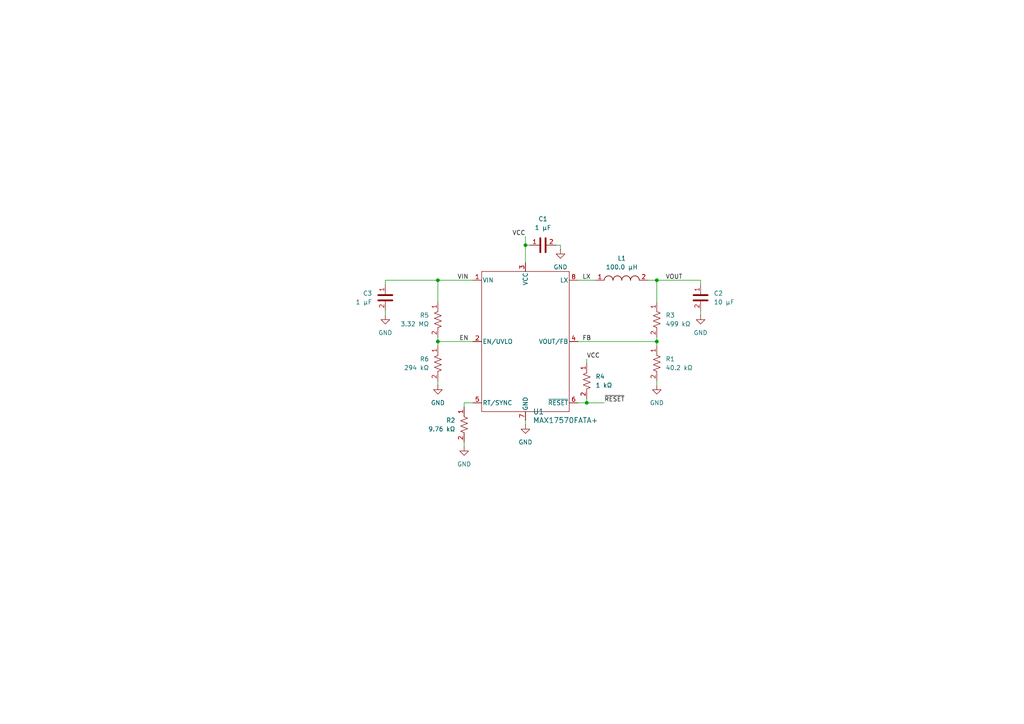
<source format=kicad_sch>
(kicad_sch (version 20250114) (generator "eeschema") (generator_version "9.0")
  (paper "A4")
  (lib_symbols
    (symbol "CAPACITORS_C1005X6S1C_DATA_BASE:C_C1005X6S1C105K050BC" (pin_names (offset 0.254))
      (property "Reference" "C" (at 0 5.08 0))
      (property "Value" "1 µF" (at 0 -5.08 0))
      (symbol "C_C1005X6S1C105K050BC_0_1"
        (polyline (pts (xy -0.762 -2.032) (xy -0.762 2.032)) (stroke (width 0.508)))
        (polyline (pts (xy 0.762 -2.032) (xy 0.762 2.032)) (stroke (width 0.508)))
      )
      (symbol "C_C1005X6S1C105K050BC_1_1"
        (pin unspecified line (at -3.81 0 0) (length 2.8) (name "") (number "1"))
        (pin unspecified line (at 3.81 0 180) (length 2.8) (name "") (number "2"))
      )
    )
    (symbol "CAPACITORS_CL31B_DATA_BASE:C_CL31B106KBHNNN#" (pin_names (offset 0.254))
      (property "Reference" "C" (at 0 5.08 0))
      (property "Value" "10 µF" (at 0 -5.08 0))
      (symbol "C_CL31B106KBHNNN#_0_1"
        (polyline (pts (xy -0.762 -2.032) (xy -0.762 2.032)) (stroke (width 0.508)))
        (polyline (pts (xy 0.762 -2.032) (xy 0.762 2.032)) (stroke (width 0.508)))
      )
      (symbol "C_CL31B106KBHNNN#_1_1"
        (pin unspecified line (at -3.81 0 0) (length 2.8) (name "") (number "1"))
        (pin unspecified line (at 3.81 0 180) (length 2.8) (name "") (number "2"))
      )
    )
    (symbol "CAPACITORS_GRJ21BC72A_DATA_BASE:C_GRJ21BC72A105KE11L" (pin_names (offset 0.254))
      (property "Reference" "C" (at 0 5.08 0))
      (property "Value" "1 µF" (at 0 -5.08 0))
      (symbol "C_GRJ21BC72A105KE11L_0_1"
        (polyline (pts (xy -0.762 -2.032) (xy -0.762 2.032)) (stroke (width 0.508)))
        (polyline (pts (xy 0.762 -2.032) (xy 0.762 2.032)) (stroke (width 0.508)))
      )
      (symbol "C_GRJ21BC72A105KE11L_1_1"
        (pin unspecified line (at -3.81 0 0) (length 2.8) (name "") (number "1"))
        (pin unspecified line (at 3.81 0 180) (length 2.8) (name "") (number "2"))
      )
    )
    (symbol "INDUCTORS_74404054_DATA_BASE:L_74404054101" (pin_names (offset 0.254))
      (property "Reference" "L" (at 0 2.54 0))
      (property "Value" "100.0 µH" (at 0 -2.54 0))
      (symbol "L_74404054101_1_1"
        (arc (start -5.08 0.0056) (mid -3.81 1.27) (end -2.54 0.0056) (stroke (width 0.2032)))
        (arc (start -2.54 0.0056) (mid -1.27 1.27) (end 0 0.0056) (stroke (width 0.2032)))
        (arc (start 0 0.0056) (mid 1.27 1.27) (end 2.54 0.0056) (stroke (width 0.2032)))
        (arc (start 2.54 0.0056) (mid 3.81 1.27) (end 5.08 0.0056) (stroke (width 0.2032)))
        (pin unspecified line (at -7.62 0 0) (length 2.54) (name "") (number "1"))
        (pin unspecified line (at 7.62 0 180) (length 2.54) (name "") (number "2"))
      )
    )
    (symbol "RESISTORS_ERJ-2RKF_DATA_BASE:R_ERJ-2RKF1001X" (pin_names (offset 0.254))
      (property "Reference" "R" (at 0 2.54 0))
      (property "Value" "1 kΩ" (at 0 -2.54 0))
      (symbol "R_ERJ-2RKF1001X_0_1"
        (polyline (pts (xy -2.286 0) (xy -2.54 0)))
        (polyline (pts (xy -2.286 0) (xy -1.905 1.016) (xy -1.524 0) (xy -1.143 -1.016) (xy -0.762 0)))
        (polyline (pts (xy -0.762 0) (xy -0.381 1.016) (xy 0 0) (xy 0.381 -1.016) (xy 0.762 0)))
        (polyline (pts (xy 0.762 0) (xy 1.143 1.016) (xy 1.524 0) (xy 1.905 -1.016) (xy 2.286 0)))
        (polyline (pts (xy 2.286 0) (xy 2.54 0)))
      )
      (symbol "R_ERJ-2RKF1001X_1_1"
        (pin unspecified line (at -5.08 0 0) (length 2.54) (name "") (number "1"))
        (pin unspecified line (at 5.08 0 180) (length 2.54) (name "") (number "2"))
      )
    )
    (symbol "RESISTORS_ERJ-2RKF_DATA_BASE:R_ERJ-2RKF2943X" (pin_names (offset 0.254))
      (property "Reference" "R" (at 0 2.54 0))
      (property "Value" "294 kΩ" (at 0 -2.54 0))
      (symbol "R_ERJ-2RKF2943X_0_1"
        (polyline (pts (xy -2.286 0) (xy -2.54 0)))
        (polyline (pts (xy -2.286 0) (xy -1.905 1.016) (xy -1.524 0) (xy -1.143 -1.016) (xy -0.762 0)))
        (polyline (pts (xy -0.762 0) (xy -0.381 1.016) (xy 0 0) (xy 0.381 -1.016) (xy 0.762 0)))
        (polyline (pts (xy 0.762 0) (xy 1.143 1.016) (xy 1.524 0) (xy 1.905 -1.016) (xy 2.286 0)))
        (polyline (pts (xy 2.286 0) (xy 2.54 0)))
      )
      (symbol "R_ERJ-2RKF2943X_1_1"
        (pin unspecified line (at -5.08 0 0) (length 2.54) (name "") (number "1"))
        (pin unspecified line (at 5.08 0 180) (length 2.54) (name "") (number "2"))
      )
    )
    (symbol "RESISTORS_ERJ-2RKF_DATA_BASE:R_ERJ-2RKF4022X" (pin_names (offset 0.254))
      (property "Reference" "R" (at 0 2.54 0))
      (property "Value" "40.2 kΩ" (at 0 -2.54 0))
      (symbol "R_ERJ-2RKF4022X_0_1"
        (polyline (pts (xy -2.286 0) (xy -2.54 0)))
        (polyline (pts (xy -2.286 0) (xy -1.905 1.016) (xy -1.524 0) (xy -1.143 -1.016) (xy -0.762 0)))
        (polyline (pts (xy -0.762 0) (xy -0.381 1.016) (xy 0 0) (xy 0.381 -1.016) (xy 0.762 0)))
        (polyline (pts (xy 0.762 0) (xy 1.143 1.016) (xy 1.524 0) (xy 1.905 -1.016) (xy 2.286 0)))
        (polyline (pts (xy 2.286 0) (xy 2.54 0)))
      )
      (symbol "R_ERJ-2RKF4022X_1_1"
        (pin unspecified line (at -5.08 0 0) (length 2.54) (name "") (number "1"))
        (pin unspecified line (at 5.08 0 180) (length 2.54) (name "") (number "2"))
      )
    )
    (symbol "RESISTORS_ERJ-2RKF_DATA_BASE:R_ERJ-2RKF4993X" (pin_names (offset 0.254))
      (property "Reference" "R" (at 0 2.54 0))
      (property "Value" "499 kΩ" (at 0 -2.54 0))
      (symbol "R_ERJ-2RKF4993X_0_1"
        (polyline (pts (xy -2.286 0) (xy -2.54 0)))
        (polyline (pts (xy -2.286 0) (xy -1.905 1.016) (xy -1.524 0) (xy -1.143 -1.016) (xy -0.762 0)))
        (polyline (pts (xy -0.762 0) (xy -0.381 1.016) (xy 0 0) (xy 0.381 -1.016) (xy 0.762 0)))
        (polyline (pts (xy 0.762 0) (xy 1.143 1.016) (xy 1.524 0) (xy 1.905 -1.016) (xy 2.286 0)))
        (polyline (pts (xy 2.286 0) (xy 2.54 0)))
      )
      (symbol "R_ERJ-2RKF4993X_1_1"
        (pin unspecified line (at -5.08 0 0) (length 2.54) (name "") (number "1"))
        (pin unspecified line (at 5.08 0 180) (length 2.54) (name "") (number "2"))
      )
    )
    (symbol "RESISTORS_ERJ-2RKF_DATA_BASE:R_ERJ-2RKF9761X" (pin_names (offset 0.254))
      (property "Reference" "R" (at 0 2.54 0))
      (property "Value" "9.76 kΩ" (at 0 -2.54 0))
      (symbol "R_ERJ-2RKF9761X_0_1"
        (polyline (pts (xy -2.286 0) (xy -2.54 0)))
        (polyline (pts (xy -2.286 0) (xy -1.905 1.016) (xy -1.524 0) (xy -1.143 -1.016) (xy -0.762 0)))
        (polyline (pts (xy -0.762 0) (xy -0.381 1.016) (xy 0 0) (xy 0.381 -1.016) (xy 0.762 0)))
        (polyline (pts (xy 0.762 0) (xy 1.143 1.016) (xy 1.524 0) (xy 1.905 -1.016) (xy 2.286 0)))
        (polyline (pts (xy 2.286 0) (xy 2.54 0)))
      )
      (symbol "R_ERJ-2RKF9761X_1_1"
        (pin unspecified line (at -5.08 0 0) (length 2.54) (name "") (number "1"))
        (pin unspecified line (at 5.08 0 180) (length 2.54) (name "") (number "2"))
      )
    )
    (symbol "RESISTORS_RC0402FR-07_DATA_BASE:R_RC0402FR-073M32L" (pin_names (offset 0.254))
      (property "Reference" "R" (at 0 2.54 0))
      (property "Value" "3.32 MΩ" (at 0 -2.54 0))
      (symbol "R_RC0402FR-073M32L_0_1"
        (polyline (pts (xy -2.286 0) (xy -2.54 0)))
        (polyline (pts (xy -2.286 0) (xy -1.905 1.016) (xy -1.524 0) (xy -1.143 -1.016) (xy -0.762 0)))
        (polyline (pts (xy -0.762 0) (xy -0.381 1.016) (xy 0 0) (xy 0.381 -1.016) (xy 0.762 0)))
        (polyline (pts (xy 0.762 0) (xy 1.143 1.016) (xy 1.524 0) (xy 1.905 -1.016) (xy 2.286 0)))
        (polyline (pts (xy 2.286 0) (xy 2.54 0)))
      )
      (symbol "R_RC0402FR-073M32L_1_1"
        (pin unspecified line (at -5.08 0 0) (length 2.54) (name "") (number "1"))
        (pin unspecified line (at 5.08 0 180) (length 2.54) (name "") (number "2"))
      )
    )
    (symbol "UNITED_IC_ADI:U_MAX17570FATA+" (pin_names (offset 0.254))
      (property "Reference" "U" (at 12.7 25.4 0))
      (property "Value" "MAX17570FATA+" (at 12.7 22.86 0))
      (symbol "U_MAX17570FATA+_0_1"
        (rectangle (start -12.7 20.32) (end 12.7 -20.32))
        (pin power_in line (at -15.24 17.78 0) (length 2.54) (name "VIN") (number "1"))
        (pin input line (at -15.24 0 0) (length 2.54) (name "EN/UVLO") (number "2"))
        (pin unspecified line (at -15.24 -17.78 0) (length 2.54) (name "RT/SYNC") (number "5"))
        (pin power_in line (at 0 22.86 270) (length 2.54) (name "VCC") (number "3"))
        (pin power_out line (at 0 -22.86 90) (length 2.54) (name "GND") (number "7"))
        (pin power_in line (at 15.24 17.78 180) (length 2.54) (name "LX") (number "8"))
        (pin output line (at 15.24 0 180) (length 2.54) (name "VOUT/FB") (number "4"))
      )
      (symbol "U_MAX17570FATA+_1_1"
        (pin input line (at 15.24 -17.78 180) (length 2.54) (name "~{RESET}") (number "6"))
      )
    )
    (symbol "power:GND" (power) (pin_numbers (hide yes)) (pin_names (offset 0) (hide yes))
      (property "Value" "GND" (at 0 -3.81 0))
      (symbol "GND_0_1"
        (polyline (pts (xy 0 0) (xy 0 -1.27) (xy 1.27 -1.27) (xy 0 -2.54) (xy -1.27 -1.27) (xy 0 -1.27)))
      )
      (symbol "GND_1_1"
        (pin power_in line (at 0 0 270) (length 0) (name "~") (number "1"))
      )
    )
  )
  (junction (at 190.5 99.06))
  (junction (at 152.4 71.12))
  (junction (at 170.18 116.84))
  (junction (at 127 99.06))
  (junction (at 190.5 81.28))
  (junction (at 127 81.28))
  (wire (pts (xy 187.96 81.28) (xy 190.5 81.28)))
  (wire (pts (xy 190.5 100.33) (xy 190.5 99.06)))
  (wire (pts (xy 111.76 82.55) (xy 111.76 81.28)))
  (wire (pts (xy 127 81.28) (xy 137.16 81.28)))
  (wire (pts (xy 162.56 71.12) (xy 161.29 71.12)))
  (wire (pts (xy 127 81.28) (xy 127 87.63)))
  (wire (pts (xy 134.62 118.11) (xy 134.62 116.84)))
  (wire (pts (xy 190.5 97.79) (xy 190.5 99.06)))
  (wire (pts (xy 162.56 72.39) (xy 162.56 71.12)))
  (wire (pts (xy 152.4 76.2) (xy 152.4 71.12)))
  (wire (pts (xy 203.2 90.17) (xy 203.2 91.44)))
  (wire (pts (xy 127 99.06) (xy 137.16 99.06)))
  (wire (pts (xy 152.4 68.58) (xy 152.4 71.12)))
  (wire (pts (xy 167.64 99.06) (xy 190.5 99.06)))
  (wire (pts (xy 111.76 90.17) (xy 111.76 91.44)))
  (wire (pts (xy 190.5 81.28) (xy 203.2 81.28)))
  (wire (pts (xy 127 110.49) (xy 127 111.76)))
  (wire (pts (xy 111.76 81.28) (xy 127 81.28)))
  (wire (pts (xy 170.18 115.57) (xy 170.18 116.84)))
  (wire (pts (xy 152.4 71.12) (xy 153.67 71.12)))
  (wire (pts (xy 167.64 81.28) (xy 172.72 81.28)))
  (wire (pts (xy 190.5 81.28) (xy 190.5 87.63)))
  (wire (pts (xy 134.62 128.27) (xy 134.62 129.54)))
  (wire (pts (xy 127 99.06) (xy 127 100.33)))
  (wire (pts (xy 190.5 110.49) (xy 190.5 111.76)))
  (wire (pts (xy 170.18 104.14) (xy 170.18 105.41)))
  (wire (pts (xy 203.2 81.28) (xy 203.2 82.55)))
  (wire (pts (xy 152.4 121.92) (xy 152.4 123.19)))
  (wire (pts (xy 170.18 116.84) (xy 167.64 116.84)))
  (wire (pts (xy 170.18 116.84) (xy 175.26 116.84)))
  (wire (pts (xy 134.62 116.84) (xy 137.16 116.84)))
  (wire (pts (xy 127 97.79) (xy 127 99.06)))
  (label "~{RESET}" (at 175.26 116.84 0))
  (label "EN" (at 135.89 99.06 180))
  (label "FB" (at 168.91 99.06 0))
  (label "VCC" (at 170.18 104.14 0))
  (label "VIN" (at 135.89 81.28 180))
  (label "VCC" (at 152.4 68.58 180))
  (label "VOUT" (at 193.04 81.28 0))
  (label "LX" (at 168.91 81.28 0))
  (symbol (lib_id "CAPACITORS_GRJ21BC72A_DATA_BASE:C_GRJ21BC72A105KE11L") (at 111.76 86.36 90) (mirror x) (unit 1)
    (property "Reference" "C3" (at 107.95 85.0899 90) (effects (justify left)))
    (property "Value" "1 µF" (at 107.95 87.6299 90) (effects (justify left)))
    (property "Footprint" "capacitor_footprints:C_0805_2012Metric" (effects (hide yes)))
    (property "Datasheet" "https://search.murata.co.jp/Ceramy/image/img/A01X/G101/ENG/GRJ21BC72A105KE11-01.pdf" (effects (hide yes)))
    (property "Description" "CAP SMD 1 µF X7S 10% 0805 100V" (effects (hide yes)))
    (property "Capacitor Type" "Ceramic" (effects (hide yes)))
    (property "Case Code - in" "0805" (effects (hide yes)))
    (property "Case Code - mm" "2012" (effects (hide yes)))
    (property "Dielectric" "X7S" (effects (hide yes)))
    (property "MPN" "GRJ21BC72A105KE11L" (effects (hide yes)))
    (property "Manufacturer" "Murata Electronics" (effects (hide yes)))
    (property "Series" "GRJ21BC72A" (effects (hide yes)))
    (property "Symbol Name" "C_GRJ21BC72A105KE11L" (effects (hide yes)))
    (property "Tolerance" "10%" (effects (hide yes)))
    (property "Trustedparts Search" "https://www.trustedparts.com/en/search/GRJ21BC72A105KE11L" (effects (hide yes)))
    (property "Voltage Rating" "100V" (effects (hide yes)))
  )
  (symbol (lib_id "power:GND") (at 203.2 91.44 0) (unit 1)
    (property "Reference" "#PWR2" (effects (hide yes)))
    (property "Value" "GND" (at 203.2 96.52 0))
    (property "Description" "Power symbol creates a global label with name \"GND\" , ground" (effects (hide yes)))
  )
  (symbol (lib_id "power:GND") (at 190.5 111.76 0) (unit 1)
    (property "Reference" "#PWR4" (effects (hide yes)))
    (property "Value" "GND" (at 190.5 116.84 0))
    (property "Description" "Power symbol creates a global label with name \"GND\" , ground" (effects (hide yes)))
  )
  (symbol (lib_id "RESISTORS_ERJ-2RKF_DATA_BASE:R_ERJ-2RKF9761X") (at 134.62 123.19 270) (unit 1)
    (property "Reference" "R2" (at 132.08 121.9199 90) (effects (justify right)))
    (property "Value" "9.76 kΩ" (at 132.08 124.4599 90) (effects (justify right)))
    (property "Footprint" "resistor_footprints:R_0402_1005Metric" (effects (hide yes)))
    (property "Datasheet" "https://industrial.panasonic.com/cdbs/www-data/pdf/RDA0000/AOA0000C304.pdf" (effects (hide yes)))
    (property "Description" "RES SMD 9.76 kΩ 1% 0402 50V" (effects (hide yes)))
    (property "Case Code - in" "0402" (effects (hide yes)))
    (property "Case Code - mm" "1005" (effects (hide yes)))
    (property "Component Type" "Resistor" (effects (hide yes)))
    (property "MPN" "ERJ-2RKF9761X" (effects (hide yes)))
    (property "Manufacturer" "Panasonic" (effects (hide yes)))
    (property "Series" "ERJ-2RKF" (effects (hide yes)))
    (property "Symbol Name" "R_ERJ-2RKF9761X" (effects (hide yes)))
    (property "Temperature Coefficient" "100 ppm/°C" (effects (hide yes)))
    (property "Tolerance" "1%" (effects (hide yes)))
    (property "Trustedparts Search" "https://www.trustedparts.com/en/search/ERJ-2RKF9761X" (effects (hide yes)))
    (property "Voltage Rating" "50V" (effects (hide yes)))
  )
  (symbol (lib_id "power:GND") (at 111.76 91.44 0) (unit 1)
    (property "Reference" "#PWR6" (effects (hide yes)))
    (property "Value" "GND" (at 111.76 96.52 0))
    (property "Description" "Power symbol creates a global label with name \"GND\" , ground" (effects (hide yes)))
  )
  (symbol (lib_id "RESISTORS_ERJ-2RKF_DATA_BASE:R_ERJ-2RKF1001X") (at 170.18 110.49 90) (mirror x) (unit 1)
    (property "Reference" "R4" (at 172.72 109.2199 90) (effects (justify right)))
    (property "Value" "1 kΩ" (at 172.72 111.7599 90) (effects (justify right)))
    (property "Footprint" "resistor_footprints:R_0402_1005Metric" (effects (hide yes)))
    (property "Datasheet" "https://industrial.panasonic.com/cdbs/www-data/pdf/RDA0000/AOA0000C304.pdf" (effects (hide yes)))
    (property "Description" "RES SMD 1 kΩ 1% 0402 50V" (effects (hide yes)))
    (property "Case Code - in" "0402" (effects (hide yes)))
    (property "Case Code - mm" "1005" (effects (hide yes)))
    (property "Component Type" "Resistor" (effects (hide yes)))
    (property "MPN" "ERJ-2RKF1001X" (effects (hide yes)))
    (property "Manufacturer" "Panasonic" (effects (hide yes)))
    (property "Series" "ERJ-2RKF" (effects (hide yes)))
    (property "Symbol Name" "R_ERJ-2RKF1001X" (effects (hide yes)))
    (property "Temperature Coefficient" "100 ppm/°C" (effects (hide yes)))
    (property "Tolerance" "1%" (effects (hide yes)))
    (property "Trustedparts Search" "https://www.trustedparts.com/en/search/ERJ-2RKF1001X" (effects (hide yes)))
    (property "Voltage Rating" "50V" (effects (hide yes)))
  )
  (symbol (lib_id "CAPACITORS_C1005X6S1C_DATA_BASE:C_C1005X6S1C105K050BC") (at 157.48 71.12 0) (unit 1)
    (property "Reference" "C1" (at 157.48 63.5 0))
    (property "Value" "1 µF" (at 157.48 66.04 0))
    (property "Footprint" "capacitor_footprints:C_0402_1005Metric" (effects (hide yes)))
    (property "Datasheet" "https://product.tdk.com/en/search/capacitor/ceramic/mlcc/info?part_no=C1005X6S1C105K050BC" (effects (hide yes)))
    (property "Description" "CAP SMD 1 µF X7S 10% 0402 16V" (effects (hide yes)))
    (property "Capacitor Type" "Ceramic" (effects (hide yes)))
    (property "Case Code - in" "0402" (effects (hide yes)))
    (property "Case Code - mm" "1005" (effects (hide yes)))
    (property "Dielectric" "X7S" (effects (hide yes)))
    (property "MPN" "C1005X6S1C105K050BC" (effects (hide yes)))
    (property "Manufacturer" "TDK" (effects (hide yes)))
    (property "Series" "C1005X6S1C" (effects (hide yes)))
    (property "Symbol Name" "C_C1005X6S1C105K050BC" (effects (hide yes)))
    (property "Tolerance" "10%" (effects (hide yes)))
    (property "Trustedparts Search" "https://www.trustedparts.com/en/search/C1005X6S1C105K050BC" (effects (hide yes)))
    (property "Voltage Rating" "16V" (effects (hide yes)))
  )
  (symbol (lib_id "INDUCTORS_74404054_DATA_BASE:L_74404054101") (at 180.34 81.28 0) (unit 1)
    (property "Reference" "L1" (at 180.34 74.93 0))
    (property "Value" "100.0 µH" (at 180.34 77.47 0))
    (property "Footprint" "inductor_footprints:74404054" (effects (hide yes)))
    (property "Datasheet" "https://www.we-online.com/components/products/datasheet/101.pdf" (effects (hide yes)))
    (property "Description" "INDUCTOR SMD 100.0 µH ±20%" (effects (hide yes)))
    (property "MPN" "74404054101" (effects (hide yes)))
    (property "Manufacturer" "Wurth Elektronik" (effects (hide yes)))
    (property "Maximum DC Current (A)" "0.7" (effects (hide yes)))
    (property "Maximum DC Resistance (Ω)" "0.560" (effects (hide yes)))
    (property "Series" "74404054" (effects (hide yes)))
    (property "Symbol Name" "L_74404054101" (effects (hide yes)))
    (property "Tolerance" "±20%" (effects (hide yes)))
    (property "Trustedparts Search" "https://www.trustedparts.com/en/search/74404054101" (effects (hide yes)))
  )
  (symbol (lib_id "RESISTORS_ERJ-2RKF_DATA_BASE:R_ERJ-2RKF4993X") (at 190.5 92.71 270) (unit 1)
    (property "Reference" "R3" (at 193.04 91.4399 90) (effects (justify left)))
    (property "Value" "499 kΩ" (at 193.04 93.9799 90) (effects (justify left)))
    (property "Footprint" "resistor_footprints:R_0402_1005Metric" (effects (hide yes)))
    (property "Datasheet" "https://industrial.panasonic.com/cdbs/www-data/pdf/RDA0000/AOA0000C304.pdf" (effects (hide yes)))
    (property "Description" "RES SMD 499 kΩ 1% 0402 50V" (effects (hide yes)))
    (property "Case Code - in" "0402" (effects (hide yes)))
    (property "Case Code - mm" "1005" (effects (hide yes)))
    (property "Component Type" "Resistor" (effects (hide yes)))
    (property "MPN" "ERJ-2RKF4993X" (effects (hide yes)))
    (property "Manufacturer" "Panasonic" (effects (hide yes)))
    (property "Series" "ERJ-2RKF" (effects (hide yes)))
    (property "Symbol Name" "R_ERJ-2RKF4993X" (effects (hide yes)))
    (property "Temperature Coefficient" "100 ppm/°C" (effects (hide yes)))
    (property "Tolerance" "1%" (effects (hide yes)))
    (property "Trustedparts Search" "https://www.trustedparts.com/en/search/ERJ-2RKF4993X" (effects (hide yes)))
    (property "Voltage Rating" "50V" (effects (hide yes)))
  )
  (symbol (lib_id "RESISTORS_RC0402FR-07_DATA_BASE:R_RC0402FR-073M32L") (at 127 92.71 90) (mirror x) (unit 1)
    (property "Reference" "R5" (at 124.46 91.4399 90) (effects (justify left)))
    (property "Value" "3.32 MΩ" (at 124.46 93.9799 90) (effects (justify left)))
    (property "Footprint" "resistor_footprints:R_0402_1005Metric" (effects (hide yes)))
    (property "Datasheet" "https://www.yageo.com/en/ProductSearch/PartNumberSearch?part_number=RC0402FR-073M32L" (effects (hide yes)))
    (property "Description" "RES SMD 3.32 MΩ 1% 0402 50V" (effects (hide yes)))
    (property "Case Code - in" "0402" (effects (hide yes)))
    (property "Case Code - mm" "1005" (effects (hide yes)))
    (property "Component Type" "Resistor" (effects (hide yes)))
    (property "MPN" "RC0402FR-073M32L" (effects (hide yes)))
    (property "Manufacturer" "Yageo" (effects (hide yes)))
    (property "Series" "RC0402FR-07" (effects (hide yes)))
    (property "Symbol Name" "R_RC0402FR-073M32L" (effects (hide yes)))
    (property "Temperature Coefficient" "200 ppm/°C" (effects (hide yes)))
    (property "Tolerance" "1%" (effects (hide yes)))
    (property "Trustedparts Search" "https://www.trustedparts.com/en/search/RC0402FR-073M32L" (effects (hide yes)))
    (property "Voltage Rating" "50V" (effects (hide yes)))
  )
  (symbol (lib_id "power:GND") (at 134.62 129.54 0) (unit 1)
    (property "Reference" "#PWR3" (effects (hide yes)))
    (property "Value" "GND" (at 134.62 134.62 0))
    (property "Description" "Power symbol creates a global label with name \"GND\" , ground" (effects (hide yes)))
  )
  (symbol (lib_id "CAPACITORS_CL31B_DATA_BASE:C_CL31B106KBHNNN#") (at 203.2 86.36 270) (unit 1)
    (property "Reference" "C2" (at 207.01 85.0899 90) (effects (justify left)))
    (property "Value" "10 µF" (at 207.01 87.6299 90) (effects (justify left)))
    (property "Footprint" "capacitor_footprints:C_1206_3216Metric" (effects (hide yes)))
    (property "Datasheet" "https://weblib.samsungsem.com/mlcc/mlcc-ec-data-sheet.do?partNumber=CL31B106KBHNNN#" (effects (hide yes)))
    (property "Description" "CAP SMD 10 µF X7R 10% 1206 50V" (effects (hide yes)))
    (property "Capacitor Type" "Ceramic" (effects (hide yes)))
    (property "Case Code - in" "1206" (effects (hide yes)))
    (property "Case Code - mm" "3216" (effects (hide yes)))
    (property "Dielectric" "X7R" (effects (hide yes)))
    (property "MPN" "CL31B106KBHNNN#" (effects (hide yes)))
    (property "Manufacturer" "Samsung Electro-Mechanics" (effects (hide yes)))
    (property "Series" "CL31B" (effects (hide yes)))
    (property "Symbol Name" "C_CL31B106KBHNNN#" (effects (hide yes)))
    (property "Tolerance" "10%" (effects (hide yes)))
    (property "Trustedparts Search" "https://www.trustedparts.com/en/search/CL31/CL31B106KBHNNN#" (effects (hide yes)))
    (property "Voltage Rating" "50V" (effects (hide yes)))
  )
  (symbol (lib_id "power:GND") (at 127 111.76 0) (unit 1)
    (property "Reference" "#PWR7" (effects (hide yes)))
    (property "Value" "GND" (at 127 116.84 0))
    (property "Description" "Power symbol creates a global label with name \"GND\" , ground" (effects (hide yes)))
  )
  (symbol (lib_id "UNITED_IC_ADI:U_MAX17570FATA+") (at 152.4 99.06 0) (unit 1)
    (property "Reference" "U1" (at 154.5433 119.38 0) (effects (font (size 1.524 1.524)) (justify left)))
    (property "Value" "MAX17570FATA+" (at 154.5433 121.92 0) (effects (font (size 1.524 1.524)) (justify left)))
    (property "Footprint" "analog_devices_footprints:21-100514_T822C&plus_6C_ADI" (effects (hide yes)))
    (property "Datasheet" "https://www.analog.com/media/en/technical-documentation/data-sheets/max17570.pdf" (effects (hide yes)))
    (property "Description" "4.5V to 60V, 300mA, Ultra Small, High-Efficiency Synchronous Step-Down DC-DC Converters" (effects (hide yes)))
    (property "MPN" "MAX17570FATA+" (effects (hide yes)))
  )
  (symbol (lib_id "power:GND") (at 152.4 123.19 0) (unit 1)
    (property "Reference" "#PWR1" (effects (hide yes)))
    (property "Value" "GND" (at 152.4 128.27 0))
    (property "Description" "Power symbol creates a global label with name \"GND\" , ground" (effects (hide yes)))
  )
  (symbol (lib_id "power:GND") (at 162.56 72.39 0) (unit 1)
    (property "Reference" "#PWR5" (effects (hide yes)))
    (property "Value" "GND" (at 162.56 77.47 0))
    (property "Description" "Power symbol creates a global label with name \"GND\" , ground" (effects (hide yes)))
  )
  (symbol (lib_id "RESISTORS_ERJ-2RKF_DATA_BASE:R_ERJ-2RKF2943X") (at 127 105.41 90) (mirror x) (unit 1)
    (property "Reference" "R6" (at 124.46 104.1399 90) (effects (justify left)))
    (property "Value" "294 kΩ" (at 124.46 106.6799 90) (effects (justify left)))
    (property "Footprint" "resistor_footprints:R_0402_1005Metric" (effects (hide yes)))
    (property "Datasheet" "https://industrial.panasonic.com/cdbs/www-data/pdf/RDA0000/AOA0000C304.pdf" (effects (hide yes)))
    (property "Description" "RES SMD 294 kΩ 1% 0402 50V" (effects (hide yes)))
    (property "Case Code - in" "0402" (effects (hide yes)))
    (property "Case Code - mm" "1005" (effects (hide yes)))
    (property "Component Type" "Resistor" (effects (hide yes)))
    (property "MPN" "ERJ-2RKF2943X" (effects (hide yes)))
    (property "Manufacturer" "Panasonic" (effects (hide yes)))
    (property "Series" "ERJ-2RKF" (effects (hide yes)))
    (property "Symbol Name" "R_ERJ-2RKF2943X" (effects (hide yes)))
    (property "Temperature Coefficient" "100 ppm/°C" (effects (hide yes)))
    (property "Tolerance" "1%" (effects (hide yes)))
    (property "Trustedparts Search" "https://www.trustedparts.com/en/search/ERJ-2RKF2943X" (effects (hide yes)))
    (property "Voltage Rating" "50V" (effects (hide yes)))
  )
  (symbol (lib_id "RESISTORS_ERJ-2RKF_DATA_BASE:R_ERJ-2RKF4022X") (at 190.5 105.41 270) (unit 1)
    (property "Reference" "R1" (at 193.04 104.1399 90) (effects (justify left)))
    (property "Value" "40.2 kΩ" (at 193.04 106.6799 90) (effects (justify left)))
    (property "Footprint" "resistor_footprints:R_0402_1005Metric" (effects (hide yes)))
    (property "Datasheet" "https://industrial.panasonic.com/cdbs/www-data/pdf/RDA0000/AOA0000C304.pdf" (effects (hide yes)))
    (property "Description" "RES SMD 40.2 kΩ 1% 0402 50V" (effects (hide yes)))
    (property "Case Code - in" "0402" (effects (hide yes)))
    (property "Case Code - mm" "1005" (effects (hide yes)))
    (property "Component Type" "Resistor" (effects (hide yes)))
    (property "MPN" "ERJ-2RKF4022X" (effects (hide yes)))
    (property "Manufacturer" "Panasonic" (effects (hide yes)))
    (property "Series" "ERJ-2RKF" (effects (hide yes)))
    (property "Symbol Name" "R_ERJ-2RKF4022X" (effects (hide yes)))
    (property "Temperature Coefficient" "100 ppm/°C" (effects (hide yes)))
    (property "Tolerance" "1%" (effects (hide yes)))
    (property "Trustedparts Search" "https://www.trustedparts.com/en/search/ERJ-2RKF4022X" (effects (hide yes)))
    (property "Voltage Rating" "50V" (effects (hide yes)))
  )
)
</source>
